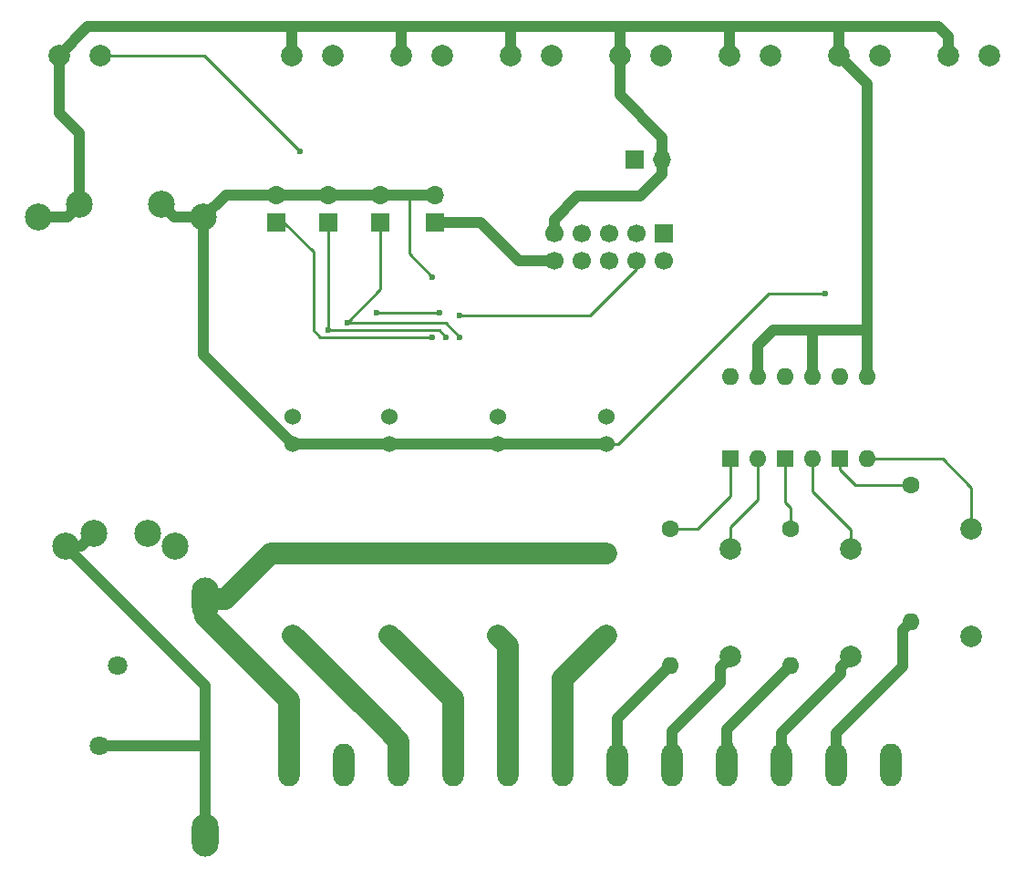
<source format=gbl>
G04 #@! TF.FileFunction,Copper,L2,Bot,Signal*
%FSLAX46Y46*%
G04 Gerber Fmt 4.6, Leading zero omitted, Abs format (unit mm)*
G04 Created by KiCad (PCBNEW 4.0.7-e2-6376~58~ubuntu16.04.1) date Thu Jun 28 22:55:59 2018*
%MOMM*%
%LPD*%
G01*
G04 APERTURE LIST*
%ADD10C,0.100000*%
%ADD11C,2.500000*%
%ADD12R,1.700000X1.700000*%
%ADD13C,1.700000*%
%ADD14O,2.499360X4.000500*%
%ADD15C,1.800000*%
%ADD16C,1.600000*%
%ADD17O,1.600000X1.600000*%
%ADD18O,1.700000X1.700000*%
%ADD19C,1.524000*%
%ADD20C,2.000000*%
%ADD21O,1.981200X3.962400*%
%ADD22R,1.600000X1.600000*%
%ADD23C,0.600000*%
%ADD24C,0.250000*%
%ADD25C,1.000000*%
%ADD26C,2.000000*%
G04 APERTURE END LIST*
D10*
D11*
X95290000Y-104870000D03*
X100290000Y-104870000D03*
X90090000Y-75470000D03*
X105490000Y-75470000D03*
X92710000Y-106045000D03*
X102870000Y-106045000D03*
X93980000Y-74295000D03*
X101600000Y-74295000D03*
D12*
X148209000Y-76962000D03*
D13*
X148209000Y-79502000D03*
X145669000Y-76962000D03*
X145669000Y-79502000D03*
X143129000Y-76962000D03*
X143129000Y-79502000D03*
X140589000Y-76962000D03*
X140589000Y-79502000D03*
X138049000Y-76962000D03*
X138049000Y-79502000D03*
D14*
X105664000Y-110919260D03*
X105664000Y-132920740D03*
D15*
X97536000Y-117094000D03*
X95836000Y-124594000D03*
D16*
X148844000Y-104394000D03*
D17*
X148844000Y-117094000D03*
D16*
X160020000Y-104394000D03*
D17*
X160020000Y-117094000D03*
D16*
X171196000Y-100330000D03*
D17*
X171196000Y-113030000D03*
D12*
X112268000Y-75946000D03*
D18*
X112268000Y-73406000D03*
D12*
X117094000Y-75946000D03*
D18*
X117094000Y-73406000D03*
D12*
X121920000Y-75946000D03*
D18*
X121920000Y-73406000D03*
D12*
X127000000Y-75946000D03*
D18*
X127000000Y-73406000D03*
D19*
X142849600Y-93980000D03*
X142849600Y-96520000D03*
X142849600Y-106680000D03*
X142849600Y-114300000D03*
X122732800Y-93980000D03*
X122732800Y-96520000D03*
X122732800Y-106680000D03*
X122732800Y-114300000D03*
X113741200Y-93980000D03*
X113741200Y-96520000D03*
X113741200Y-106680000D03*
X113741200Y-114300000D03*
X132791200Y-93980000D03*
X132791200Y-96520000D03*
X132791200Y-106680000D03*
X132791200Y-114300000D03*
D12*
X145542000Y-70104000D03*
D18*
X148082000Y-70104000D03*
D20*
X113665000Y-60452000D03*
X117475000Y-60452000D03*
X123825000Y-60452000D03*
X127635000Y-60452000D03*
X133985000Y-60452000D03*
X137795000Y-60452000D03*
X154305000Y-60452000D03*
X158115000Y-60452000D03*
X164465000Y-60452000D03*
X168275000Y-60452000D03*
X174625000Y-60452000D03*
X178435000Y-60452000D03*
X92075000Y-60452000D03*
X95885000Y-60452000D03*
X144145000Y-60452000D03*
X147955000Y-60452000D03*
D21*
X113411000Y-126365000D03*
X118491000Y-126365000D03*
X123571000Y-126365000D03*
X128651000Y-126365000D03*
X133731000Y-126365000D03*
X138811000Y-126365000D03*
X143891000Y-126365000D03*
X148971000Y-126365000D03*
X154051000Y-126365000D03*
X159131000Y-126365000D03*
X164211000Y-126365000D03*
X169291000Y-126365000D03*
D22*
X154432000Y-97917000D03*
D17*
X156972000Y-90297000D03*
X156972000Y-97917000D03*
X154432000Y-90297000D03*
D22*
X159512000Y-97917000D03*
D17*
X162052000Y-90297000D03*
X162052000Y-97917000D03*
X159512000Y-90297000D03*
D22*
X164592000Y-97917000D03*
D17*
X167132000Y-90297000D03*
X167132000Y-97917000D03*
X164592000Y-90297000D03*
D20*
X154432000Y-106324400D03*
X154432000Y-116324400D03*
X165608000Y-106273600D03*
X165608000Y-116273600D03*
X176784000Y-104394000D03*
X176784000Y-114394000D03*
D23*
X126746000Y-81026000D03*
X163195000Y-82550000D03*
X129286000Y-84582000D03*
X114427000Y-69342000D03*
X126746000Y-86614000D03*
X128016000Y-86614000D03*
X117094000Y-85953600D03*
X129286000Y-86614000D03*
X118821200Y-85293200D03*
X121564400Y-84328000D03*
X127406400Y-84328000D03*
D24*
X124587000Y-78867000D02*
X124587000Y-73406000D01*
X126746000Y-81026000D02*
X124587000Y-78867000D01*
D25*
X112268000Y-73406000D02*
X107554000Y-73406000D01*
X107554000Y-73406000D02*
X105490000Y-75470000D01*
X105490000Y-75470000D02*
X102775000Y-75470000D01*
X102775000Y-75470000D02*
X101600000Y-74295000D01*
X127000000Y-73406000D02*
X124587000Y-73406000D01*
X124587000Y-73406000D02*
X121920000Y-73406000D01*
X105490000Y-75470000D02*
X105490000Y-88268800D01*
X105490000Y-88268800D02*
X113741200Y-96520000D01*
X122732800Y-96520000D02*
X113741200Y-96520000D01*
X132791200Y-96520000D02*
X122732800Y-96520000D01*
X142849600Y-96520000D02*
X132791200Y-96520000D01*
D24*
X142849600Y-96520000D02*
X144018000Y-96520000D01*
X157988000Y-82550000D02*
X163195000Y-82550000D01*
X144018000Y-96520000D02*
X157988000Y-82550000D01*
X105490000Y-75470000D02*
X105543600Y-75470000D01*
D25*
X112268000Y-73406000D02*
X117094000Y-73406000D01*
X117094000Y-73406000D02*
X121920000Y-73406000D01*
X162052000Y-90297000D02*
X162052000Y-85979000D01*
X162052000Y-85979000D02*
X162052000Y-86233000D01*
X162052000Y-86233000D02*
X162052000Y-85979000D01*
X156972000Y-90297000D02*
X156972000Y-87376000D01*
X156972000Y-87376000D02*
X158369000Y-85979000D01*
X158369000Y-85979000D02*
X162052000Y-85979000D01*
X162052000Y-85979000D02*
X167132000Y-85979000D01*
X164465000Y-60452000D02*
X164465000Y-57785000D01*
X164465000Y-57785000D02*
X164465000Y-58166000D01*
X164465000Y-58166000D02*
X164465000Y-57785000D01*
X154305000Y-60452000D02*
X154305000Y-57785000D01*
X154305000Y-57785000D02*
X154305000Y-58166000D01*
X154305000Y-58166000D02*
X154305000Y-57785000D01*
X144145000Y-60452000D02*
X144145000Y-57785000D01*
X144145000Y-57785000D02*
X144145000Y-58039000D01*
X144145000Y-58039000D02*
X144145000Y-57785000D01*
X133985000Y-60452000D02*
X133985000Y-57785000D01*
X123825000Y-60452000D02*
X123825000Y-57785000D01*
X123825000Y-57785000D02*
X123825000Y-58039000D01*
X123825000Y-58039000D02*
X123825000Y-57785000D01*
X113665000Y-60452000D02*
X113665000Y-57785000D01*
X174625000Y-60452000D02*
X174625000Y-58674000D01*
X174625000Y-58674000D02*
X173736000Y-57785000D01*
X173736000Y-57785000D02*
X164465000Y-57785000D01*
X164465000Y-57785000D02*
X154305000Y-57785000D01*
X154305000Y-57785000D02*
X144145000Y-57785000D01*
X144145000Y-57785000D02*
X133985000Y-57785000D01*
X133985000Y-57785000D02*
X123825000Y-57785000D01*
X123825000Y-57785000D02*
X113665000Y-57785000D01*
X94742000Y-57785000D02*
X92075000Y-60452000D01*
X113665000Y-57785000D02*
X94742000Y-57785000D01*
X93980000Y-74295000D02*
X93980000Y-67691000D01*
X92075000Y-65786000D02*
X92075000Y-60452000D01*
X93980000Y-67691000D02*
X92075000Y-65786000D01*
X90090000Y-75470000D02*
X92805000Y-75470000D01*
X92805000Y-75470000D02*
X93980000Y-74295000D01*
X148082000Y-70104000D02*
X148082000Y-71501000D01*
X138049000Y-75692000D02*
X138049000Y-76962000D01*
X140208000Y-73533000D02*
X138049000Y-75692000D01*
X146050000Y-73533000D02*
X140208000Y-73533000D01*
X148082000Y-71501000D02*
X146050000Y-73533000D01*
X167132000Y-64389000D02*
X167132000Y-63119000D01*
X167132000Y-85979000D02*
X167132000Y-64389000D01*
X167132000Y-63119000D02*
X164465000Y-60452000D01*
X144145000Y-60452000D02*
X144145000Y-64135000D01*
X148082000Y-68072000D02*
X148082000Y-70104000D01*
X148082000Y-68072000D02*
X144145000Y-64135000D01*
X167132000Y-90297000D02*
X167132000Y-85979000D01*
D24*
X156972000Y-90297000D02*
X156972000Y-89027000D01*
X156972000Y-89027000D02*
X157099000Y-88900000D01*
X162052000Y-90297000D02*
X162052000Y-89027000D01*
X162052000Y-89027000D02*
X162179000Y-88900000D01*
X145669000Y-79502000D02*
X145669000Y-80264000D01*
X145669000Y-80264000D02*
X141351000Y-84582000D01*
X141351000Y-84582000D02*
X129286000Y-84582000D01*
D26*
X105664000Y-110919260D02*
X107487720Y-110919260D01*
X107487720Y-110919260D02*
X111726980Y-106680000D01*
X111726980Y-106680000D02*
X113741200Y-106680000D01*
X105664000Y-110919260D02*
X105664000Y-112586774D01*
X105664000Y-112586774D02*
X113411000Y-120333774D01*
X113411000Y-120333774D02*
X113411000Y-122383800D01*
X113411000Y-122383800D02*
X113411000Y-126365000D01*
X132791200Y-106680000D02*
X142849600Y-106680000D01*
X122732800Y-106680000D02*
X132791200Y-106680000D01*
X113741200Y-106680000D02*
X122732800Y-106680000D01*
D25*
X92710000Y-106045000D02*
X94115000Y-106045000D01*
X94115000Y-106045000D02*
X95290000Y-104870000D01*
X105664000Y-124594000D02*
X105664000Y-118999000D01*
X105664000Y-118999000D02*
X92710000Y-106045000D01*
X95836000Y-124594000D02*
X105664000Y-124594000D01*
X105544000Y-124714000D02*
X105664000Y-124714000D01*
X105664000Y-124594000D02*
X105544000Y-124714000D01*
X105664000Y-124594000D02*
X105664000Y-124714000D01*
X105664000Y-124714000D02*
X105664000Y-132920700D01*
X131191000Y-75946000D02*
X127000000Y-75946000D01*
X134747000Y-79502000D02*
X131191000Y-75946000D01*
X138049000Y-79502000D02*
X134747000Y-79502000D01*
D26*
X113741200Y-114300000D02*
X120324990Y-120883790D01*
X120324990Y-120883790D02*
X120351071Y-120883790D01*
X120351071Y-120883790D02*
X122981610Y-123514329D01*
X122981610Y-123514329D02*
X122981610Y-123540410D01*
X122981610Y-123540410D02*
X123571000Y-124129800D01*
X123571000Y-124129800D02*
X123571000Y-126365000D01*
X128651000Y-126365000D02*
X128651000Y-120218200D01*
X128651000Y-120218200D02*
X122732800Y-114300000D01*
X133731000Y-126365000D02*
X133731000Y-115239800D01*
X133731000Y-115239800D02*
X132791200Y-114300000D01*
X142849600Y-114300000D02*
X138811000Y-118338600D01*
X138811000Y-118338600D02*
X138811000Y-126365000D01*
D24*
X154432000Y-106324400D02*
X154432000Y-104267000D01*
X156972000Y-101727000D02*
X156972000Y-97917000D01*
X154432000Y-104267000D02*
X156972000Y-101727000D01*
X165608000Y-106273600D02*
X165608000Y-104521000D01*
X162052000Y-100965000D02*
X162052000Y-97917000D01*
X165608000Y-104521000D02*
X162052000Y-100965000D01*
X167132000Y-97917000D02*
X174117000Y-97917000D01*
X176784000Y-100584000D02*
X176784000Y-104394000D01*
X174117000Y-97917000D02*
X176784000Y-100584000D01*
D25*
X148844000Y-117094000D02*
X143891000Y-122047000D01*
X143891000Y-122047000D02*
X143891000Y-126365000D01*
X154432000Y-116324400D02*
X153432001Y-117324399D01*
X153432001Y-117324399D02*
X153432001Y-118732239D01*
X153432001Y-118732239D02*
X148971000Y-123193240D01*
X148971000Y-123193240D02*
X148971000Y-123383800D01*
X148971000Y-123383800D02*
X148971000Y-126365000D01*
X149018000Y-127000000D02*
X149018000Y-124667000D01*
X160020000Y-117094000D02*
X154051000Y-123063000D01*
X154051000Y-123063000D02*
X154051000Y-126365000D01*
X154178000Y-127000000D02*
X154018000Y-127000000D01*
X154178000Y-124460000D02*
X154178000Y-127000000D01*
X165608000Y-116273600D02*
X164608001Y-117273599D01*
X164608001Y-117273599D02*
X164608001Y-117906799D01*
X159131000Y-123383800D02*
X159131000Y-126365000D01*
X164608001Y-117906799D02*
X159131000Y-123383800D01*
X159258000Y-127000000D02*
X159258000Y-124587000D01*
X171196000Y-113030000D02*
X170396001Y-113829999D01*
X170396001Y-117198799D02*
X164211000Y-123383800D01*
X170396001Y-113829999D02*
X170396001Y-117198799D01*
X164211000Y-123383800D02*
X164211000Y-126365000D01*
X164258000Y-124921000D02*
X164258000Y-127000000D01*
X164258000Y-124921000D02*
X164258000Y-127000000D01*
D24*
X148844000Y-104394000D02*
X151384000Y-104394000D01*
X154432000Y-101346000D02*
X154432000Y-97917000D01*
X151384000Y-104394000D02*
X154432000Y-101346000D01*
X160020000Y-104394000D02*
X160020000Y-102489000D01*
X159512000Y-101981000D02*
X159512000Y-97917000D01*
X160020000Y-102489000D02*
X159512000Y-101981000D01*
X171196000Y-100330000D02*
X165955000Y-100330000D01*
X165955000Y-100330000D02*
X164592000Y-98967000D01*
X164592000Y-98967000D02*
X164592000Y-97917000D01*
X95885000Y-60452000D02*
X105537000Y-60452000D01*
X105537000Y-60452000D02*
X114427000Y-69342000D01*
X117284500Y-86614000D02*
X116281200Y-86614000D01*
X115665250Y-85998050D02*
X115665250Y-84994750D01*
X116281200Y-86614000D02*
X115665250Y-85998050D01*
X115665250Y-78708250D02*
X115665250Y-84994750D01*
X112903000Y-75946000D02*
X115665250Y-78708250D01*
X112268000Y-75946000D02*
X112903000Y-75946000D01*
X126746000Y-86614000D02*
X117284500Y-86614000D01*
X117094000Y-85953600D02*
X127355600Y-85953600D01*
X127355600Y-85953600D02*
X128016000Y-86614000D01*
X117094000Y-85953600D02*
X117094000Y-75946000D01*
X118821200Y-85293200D02*
X127965200Y-85293200D01*
X127965200Y-85293200D02*
X129286000Y-86614000D01*
X118821200Y-85293200D02*
X121920000Y-82194400D01*
X121920000Y-82194400D02*
X121920000Y-75946000D01*
X127406400Y-84328000D02*
X121564400Y-84328000D01*
M02*

</source>
